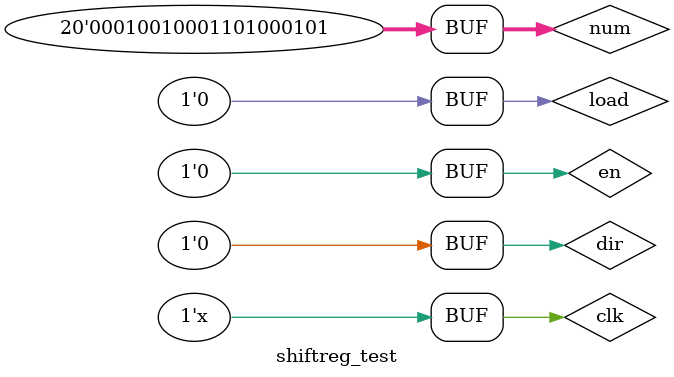
<source format=v>
`timescale 1ns / 1ps

module shiftreg_test;

reg clk, en, dir, load;
reg [19:0] num;
wire [19:0] out;

ShiftRegisterBidirectional shift_reg20bit (
    .clk(clk),
    .en(en),
    .dir(dir),
    .load(load),
    .num(num),
    .out(out)
);

always #1 clk = ~clk;

initial begin
    clk = 0;
    en = 0;
    dir = 0;
    load = 0;
    num = 20'h12345;
    
    #20
    load = 1;
    
    #20
    load = 0;
    en = 1;
    
    #10 
    en = 0;
end
endmodule

</source>
